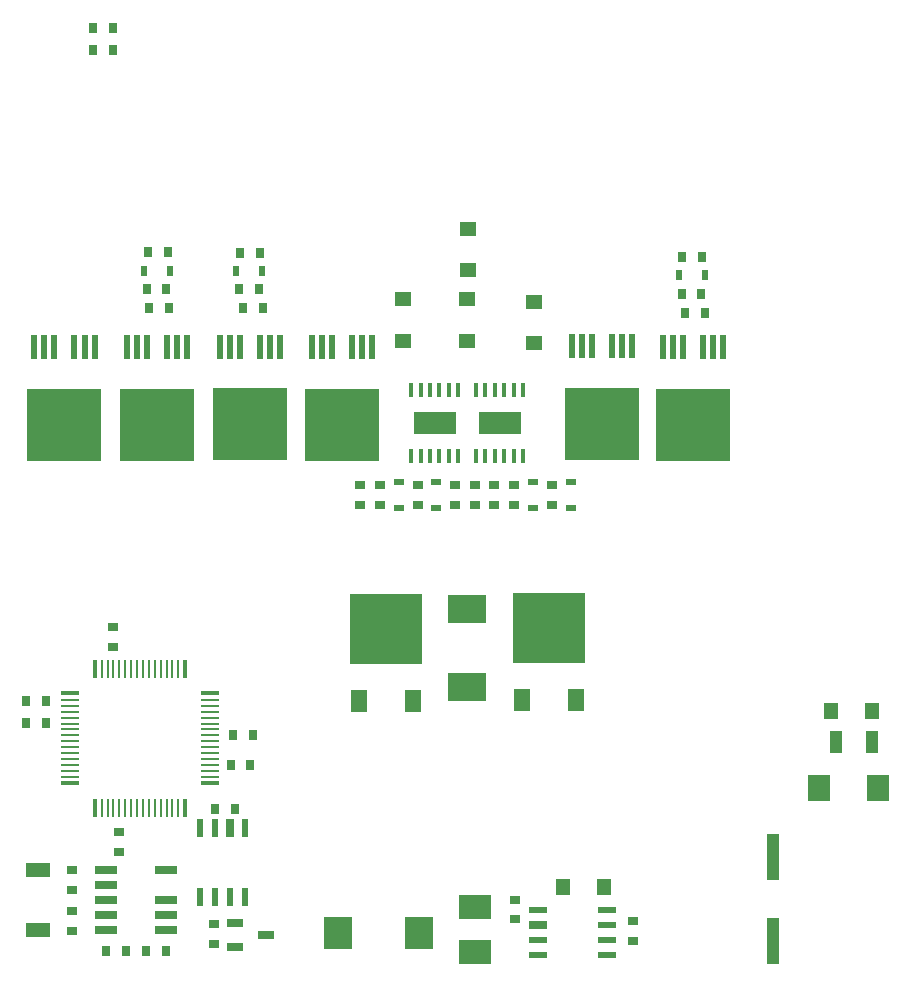
<source format=gtp>
G04 #@! TF.GenerationSoftware,KiCad,Pcbnew,(5.0.2-dirty)*
G04 #@! TF.CreationDate,2019-02-10T17:08:21+02:00*
G04 #@! TF.ProjectId,csb,6373622e-6b69-4636-9164-5f7063625858,rev?*
G04 #@! TF.SameCoordinates,Original*
G04 #@! TF.FileFunction,Paste,Top*
G04 #@! TF.FilePolarity,Positive*
%FSLAX46Y46*%
G04 Gerber Fmt 4.6, Leading zero omitted, Abs format (unit mm)*
G04 Created by KiCad (PCBNEW (5.0.2-dirty)) date su 10. helmikuuta 2019 17.08.21*
%MOMM*%
%LPD*%
G01*
G04 APERTURE LIST*
%ADD10R,1.350000X0.700000*%
%ADD11R,0.939800X0.762000*%
%ADD12R,0.762000X0.939800*%
%ADD13R,1.297940X1.399540*%
%ADD14R,1.900000X2.179320*%
%ADD15R,0.998220X1.899920*%
%ADD16R,1.905000X0.635000*%
%ADD17R,0.398780X1.498600*%
%ADD18R,0.279400X1.498600*%
%ADD19R,1.498600X0.398780*%
%ADD20R,1.498600X0.279400*%
%ADD21R,0.600000X1.524000*%
%ADD22R,0.635000X1.524000*%
%ADD23R,3.600000X1.900000*%
%ADD24R,0.400000X1.200000*%
%ADD25R,2.000000X1.300000*%
%ADD26R,2.400000X2.700000*%
%ADD27R,2.800000X2.000000*%
%ADD28R,1.524000X0.600000*%
%ADD29R,1.524000X0.635000*%
%ADD30R,6.100000X5.970000*%
%ADD31R,1.400000X1.900000*%
%ADD32R,3.300000X2.400000*%
%ADD33R,0.998220X3.997960*%
%ADD34R,0.830000X0.630000*%
%ADD35R,0.630000X0.830000*%
%ADD36R,1.399540X1.297940*%
%ADD37R,0.600000X2.000000*%
%ADD38R,6.300000X6.100000*%
G04 APERTURE END LIST*
D10*
G04 #@! TO.C,VR202*
X148300000Y-134775000D03*
X148300000Y-136775000D03*
X150900000Y-135775000D03*
G04 #@! TD*
D11*
G04 #@! TO.C,C201*
X182000000Y-136238200D03*
X182000000Y-134561800D03*
G04 #@! TD*
G04 #@! TO.C,C203*
X172000000Y-134438200D03*
X172000000Y-132761800D03*
G04 #@! TD*
G04 #@! TO.C,C205*
X146500000Y-136513200D03*
X146500000Y-134836800D03*
G04 #@! TD*
G04 #@! TO.C,C301*
X137950000Y-111338200D03*
X137950000Y-109661800D03*
G04 #@! TD*
D12*
G04 #@! TO.C,C303*
X149588200Y-121400000D03*
X147911800Y-121400000D03*
G04 #@! TD*
G04 #@! TO.C,C305*
X132288200Y-115900000D03*
X130611800Y-115900000D03*
G04 #@! TD*
G04 #@! TO.C,C306*
X132288200Y-117800000D03*
X130611800Y-117800000D03*
G04 #@! TD*
D13*
G04 #@! TO.C,D201*
X202265300Y-116800000D03*
X198734700Y-116800000D03*
G04 #@! TD*
D14*
G04 #@! TO.C,D202*
X202700000Y-123300000D03*
X197700000Y-123300000D03*
G04 #@! TD*
D13*
G04 #@! TO.C,D203*
X179565300Y-131700000D03*
X176034700Y-131700000D03*
G04 #@! TD*
D15*
G04 #@! TO.C,F201*
X202198600Y-119400000D03*
X199201400Y-119400000D03*
G04 #@! TD*
D12*
G04 #@! TO.C,C302*
X148111800Y-118800000D03*
X149788200Y-118800000D03*
G04 #@! TD*
D11*
G04 #@! TO.C,C304*
X138450000Y-127011800D03*
X138450000Y-128688200D03*
G04 #@! TD*
G04 #@! TO.C,C307*
X134450000Y-130261800D03*
X134450000Y-131938200D03*
G04 #@! TD*
G04 #@! TO.C,C308*
X134450000Y-133761800D03*
X134450000Y-135438200D03*
G04 #@! TD*
D12*
G04 #@! TO.C,C309*
X146611800Y-125075000D03*
X148288200Y-125075000D03*
G04 #@! TD*
D16*
G04 #@! TO.C,J301*
X142440000Y-135340000D03*
X137360000Y-135340000D03*
X142440000Y-134070000D03*
X137360000Y-134070000D03*
X142440000Y-132800000D03*
X137360000Y-132800000D03*
X137360000Y-131530000D03*
X142440000Y-130260000D03*
X137360000Y-130260000D03*
G04 #@! TD*
D12*
G04 #@! TO.C,R301*
X137938200Y-60800000D03*
X136261800Y-60800000D03*
G04 #@! TD*
G04 #@! TO.C,R302*
X136261800Y-59000000D03*
X137938200Y-59000000D03*
G04 #@! TD*
G04 #@! TO.C,R303*
X139038200Y-137100000D03*
X137361800Y-137100000D03*
G04 #@! TD*
G04 #@! TO.C,R304*
X142438200Y-137100000D03*
X140761800Y-137100000D03*
G04 #@! TD*
D11*
G04 #@! TO.C,R401*
X163750000Y-99338200D03*
X163750000Y-97661800D03*
G04 #@! TD*
G04 #@! TO.C,R402*
X166950000Y-97661800D03*
X166950000Y-99338200D03*
G04 #@! TD*
D17*
G04 #@! TO.C,U301*
X144060000Y-113202120D03*
D18*
X143498660Y-113202120D03*
X142998280Y-113202120D03*
X142497900Y-113202120D03*
X141997520Y-113202120D03*
X141499680Y-113202120D03*
X140999300Y-113202120D03*
X140498920Y-113202120D03*
X140001080Y-113202120D03*
X139500700Y-113202120D03*
X139000320Y-113202120D03*
X138502480Y-113202120D03*
X138002100Y-113202120D03*
X137501720Y-113202120D03*
X137001340Y-113202120D03*
D17*
X136440000Y-113202120D03*
D19*
X134352120Y-115290000D03*
D20*
X134352120Y-115851340D03*
X134352120Y-116351720D03*
X134352120Y-116852100D03*
X134352120Y-117352480D03*
X134352120Y-117850320D03*
X134352120Y-118350700D03*
X134352120Y-118851080D03*
X134352120Y-119348920D03*
X134352120Y-119849300D03*
X134352120Y-120349680D03*
X134352120Y-120847520D03*
X134352120Y-121347900D03*
X134352120Y-121848280D03*
X134352120Y-122348660D03*
D19*
X134352120Y-122910000D03*
D17*
X136440000Y-124997880D03*
D18*
X137001340Y-124997880D03*
X137501720Y-124997880D03*
X138002100Y-124997880D03*
X138502480Y-124997880D03*
X139000320Y-124997880D03*
X139500700Y-124997880D03*
X140001080Y-124997880D03*
X140498920Y-124997880D03*
X140999300Y-124997880D03*
X141499680Y-124997880D03*
X141997520Y-124997880D03*
X142497900Y-124997880D03*
X142998280Y-124997880D03*
X143498660Y-124997880D03*
D17*
X144060000Y-124997880D03*
D19*
X146147880Y-122910000D03*
D20*
X146147880Y-122348660D03*
X146147880Y-121848280D03*
X146147880Y-121347900D03*
X146147880Y-120847520D03*
X146147880Y-120349680D03*
X146147880Y-119849300D03*
X146147880Y-119348920D03*
X146147880Y-118851080D03*
X146147880Y-118350700D03*
X146147880Y-117850320D03*
X146147880Y-117352480D03*
X146147880Y-116852100D03*
X146147880Y-116351720D03*
X146147880Y-115851340D03*
D19*
X146147880Y-115290000D03*
G04 #@! TD*
D21*
G04 #@! TO.C,U302*
X149159031Y-132578103D03*
X147889031Y-132578103D03*
X146619031Y-132578103D03*
X145349031Y-132578103D03*
X145349031Y-126736103D03*
X146619031Y-126736103D03*
D22*
X147854031Y-126736103D03*
D21*
X149159031Y-126736103D03*
G04 #@! TD*
D23*
G04 #@! TO.C,U401*
X165200000Y-92400000D03*
D24*
X163200000Y-89600000D03*
X164000000Y-89600000D03*
X164800000Y-89600000D03*
X165600000Y-89600000D03*
X166400000Y-89600000D03*
X167200000Y-89600000D03*
X167200000Y-95200000D03*
X166400000Y-95200000D03*
X165600000Y-95200000D03*
X164800000Y-95200000D03*
X164000000Y-95200000D03*
X163200000Y-95200000D03*
G04 #@! TD*
G04 #@! TO.C,U901*
X168700000Y-95200000D03*
X169500000Y-95200000D03*
X170300000Y-95200000D03*
X171100000Y-95200000D03*
X171900000Y-95200000D03*
X172700000Y-95200000D03*
X172700000Y-89600000D03*
X171900000Y-89600000D03*
X171100000Y-89600000D03*
X170300000Y-89600000D03*
X169500000Y-89600000D03*
X168700000Y-89600000D03*
D23*
X170700000Y-92400000D03*
G04 #@! TD*
D25*
G04 #@! TO.C,X301*
X131650000Y-130260000D03*
X131650000Y-135340000D03*
G04 #@! TD*
D26*
G04 #@! TO.C,C204*
X157050000Y-135550000D03*
X163850000Y-135550000D03*
G04 #@! TD*
D27*
G04 #@! TO.C,L201*
X168600000Y-137200000D03*
X168600000Y-133400000D03*
G04 #@! TD*
D28*
G04 #@! TO.C,VR201*
X173979000Y-133595000D03*
D29*
X173979000Y-134900000D03*
D28*
X173979000Y-136135000D03*
X173979000Y-137405000D03*
X179821000Y-137405000D03*
X179821000Y-136135000D03*
X179821000Y-134865000D03*
X179821000Y-133595000D03*
G04 #@! TD*
D30*
G04 #@! TO.C,D204*
X174900000Y-109800000D03*
D31*
X177190000Y-115885000D03*
X172610000Y-115885000D03*
G04 #@! TD*
G04 #@! TO.C,D205*
X158760000Y-115935000D03*
X163340000Y-115935000D03*
D30*
X161050000Y-109850000D03*
G04 #@! TD*
D11*
G04 #@! TO.C,R403*
X160550000Y-99338200D03*
X160550000Y-97661800D03*
G04 #@! TD*
G04 #@! TO.C,R404*
X158850000Y-97661800D03*
X158850000Y-99338200D03*
G04 #@! TD*
G04 #@! TO.C,R903*
X170250000Y-99338200D03*
X170250000Y-97661800D03*
G04 #@! TD*
G04 #@! TO.C,R904*
X168600000Y-97661800D03*
X168600000Y-99338200D03*
G04 #@! TD*
D32*
G04 #@! TO.C,D206*
X167960000Y-114770000D03*
X167960000Y-108170000D03*
G04 #@! TD*
D33*
G04 #@! TO.C,C202*
X193800000Y-136248380D03*
X193800000Y-129151620D03*
G04 #@! TD*
D11*
G04 #@! TO.C,R801*
X171900000Y-99338200D03*
X171900000Y-97661800D03*
G04 #@! TD*
G04 #@! TO.C,R802*
X175100000Y-97661800D03*
X175100000Y-99338200D03*
G04 #@! TD*
D34*
G04 #@! TO.C,D1*
X162150000Y-99615000D03*
X162150000Y-97385000D03*
G04 #@! TD*
G04 #@! TO.C,D2*
X165350000Y-97385000D03*
X165350000Y-99615000D03*
G04 #@! TD*
D35*
G04 #@! TO.C,D3*
X140585000Y-79500000D03*
X142815000Y-79500000D03*
G04 #@! TD*
G04 #@! TO.C,D4*
X150615000Y-79550000D03*
X148385000Y-79550000D03*
G04 #@! TD*
G04 #@! TO.C,D5*
X185885000Y-79900000D03*
X188115000Y-79900000D03*
G04 #@! TD*
D34*
G04 #@! TO.C,D6*
X173500000Y-99615000D03*
X173500000Y-97385000D03*
G04 #@! TD*
G04 #@! TO.C,D7*
X176700000Y-97385000D03*
X176700000Y-99615000D03*
G04 #@! TD*
D12*
G04 #@! TO.C,R1*
X141011800Y-82700000D03*
X142688200Y-82700000D03*
G04 #@! TD*
G04 #@! TO.C,R2*
X142488200Y-81050000D03*
X140811800Y-81050000D03*
G04 #@! TD*
G04 #@! TO.C,R3*
X142588200Y-77950000D03*
X140911800Y-77950000D03*
G04 #@! TD*
D36*
G04 #@! TO.C,D8*
X162500000Y-81934700D03*
X162500000Y-85465300D03*
G04 #@! TD*
G04 #@! TO.C,D9*
X167900000Y-81934700D03*
X167900000Y-85465300D03*
G04 #@! TD*
G04 #@! TO.C,D10*
X168008886Y-79478452D03*
X168008886Y-75947852D03*
G04 #@! TD*
G04 #@! TO.C,D11*
X173600000Y-85665300D03*
X173600000Y-82134700D03*
G04 #@! TD*
D12*
G04 #@! TO.C,R4*
X148961800Y-82700000D03*
X150638200Y-82700000D03*
G04 #@! TD*
G04 #@! TO.C,R5*
X150338200Y-81100000D03*
X148661800Y-81100000D03*
G04 #@! TD*
G04 #@! TO.C,R6*
X150388200Y-78000000D03*
X148711800Y-78000000D03*
G04 #@! TD*
G04 #@! TO.C,R7*
X188088200Y-83050000D03*
X186411800Y-83050000D03*
G04 #@! TD*
G04 #@! TO.C,R8*
X186111800Y-81450000D03*
X187788200Y-81450000D03*
G04 #@! TD*
G04 #@! TO.C,R9*
X186173600Y-78350000D03*
X187850000Y-78350000D03*
G04 #@! TD*
D37*
G04 #@! TO.C,U1*
X136400000Y-86000000D03*
X135550000Y-86000000D03*
X134700000Y-86000000D03*
X133000000Y-86000000D03*
X132150000Y-86000000D03*
X131300000Y-86000000D03*
D38*
X133850000Y-92570000D03*
G04 #@! TD*
D37*
G04 #@! TO.C,U2*
X144250000Y-86000000D03*
X143400000Y-86000000D03*
X142550000Y-86000000D03*
X140850000Y-86000000D03*
X140000000Y-86000000D03*
X139150000Y-86000000D03*
D38*
X141700000Y-92570000D03*
G04 #@! TD*
D37*
G04 #@! TO.C,U3*
X159900000Y-86000000D03*
X159050000Y-86000000D03*
X158200000Y-86000000D03*
X156500000Y-86000000D03*
X155650000Y-86000000D03*
X154800000Y-86000000D03*
D38*
X157350000Y-92570000D03*
G04 #@! TD*
G04 #@! TO.C,U4*
X149550000Y-92520000D03*
D37*
X147000000Y-85950000D03*
X147850000Y-85950000D03*
X148700000Y-85950000D03*
X150400000Y-85950000D03*
X151250000Y-85950000D03*
X152100000Y-85950000D03*
G04 #@! TD*
D38*
G04 #@! TO.C,U5*
X179350000Y-92470000D03*
D37*
X176800000Y-85900000D03*
X177650000Y-85900000D03*
X178500000Y-85900000D03*
X180200000Y-85900000D03*
X181050000Y-85900000D03*
X181900000Y-85900000D03*
G04 #@! TD*
D38*
G04 #@! TO.C,U6*
X187100000Y-92570000D03*
D37*
X184550000Y-86000000D03*
X185400000Y-86000000D03*
X186250000Y-86000000D03*
X187950000Y-86000000D03*
X188800000Y-86000000D03*
X189650000Y-86000000D03*
G04 #@! TD*
M02*

</source>
